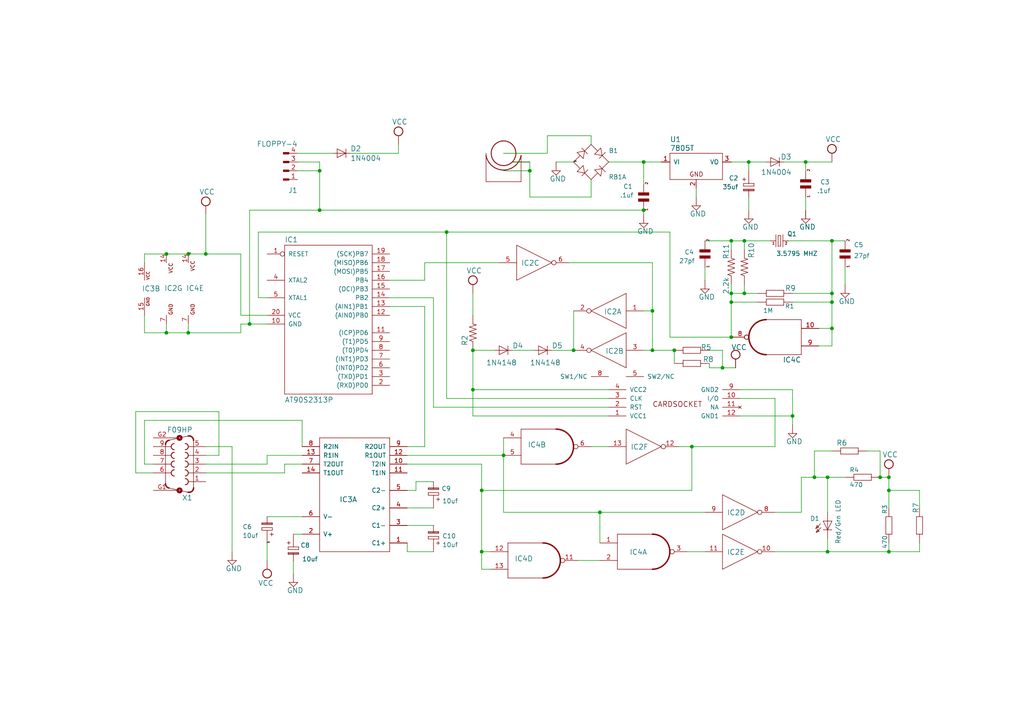
<source format=kicad_sch>
(kicad_sch (version 20230121) (generator eeschema)
  (paper "A4")
  (lib_symbols
    (symbol "plc77-glitcher-eagle-import:0204V" (pin_names (offset 1.016))
      (property "Reference" "R" (at -3.81 1.3716 0))
      (property "Value" "0204V" (at -3.81 -2.921 0))
      (symbol "0204V_1_0"
        (pin passive line (at -5.08 0 0) (length 2.54) (name "1") (number "1"))
        (pin passive line (at 5.08 0 180) (length 2.54) (name "2") (number "2"))
      )
    )
    (symbol "plc77-glitcher-eagle-import:0204_5" (pin_names (offset 1.016))
      (property "Reference" "R" (at -3.81 1.3716 0))
      (property "Value" "0204_5" (at -3.81 -2.921 0))
      (symbol "0204_5_1_0"
        (pin passive line (at -5.08 0 0) (length 2.54) (name "1") (number "1"))
        (pin passive line (at 5.08 0 180) (length 2.54) (name "2") (number "2"))
      )
    )
    (symbol "plc77-glitcher-eagle-import:1N4004" (pin_names (offset 1.016))
      (property "Reference" "D" (at 2.54 0.4826 0))
      (property "Value" "1N4004" (at 2.54 -2.3114 0))
      (symbol "1N4004_1_0"
        (pin passive line (at -2.54 0 0) (length 2.54) (name "A") (number "A"))
        (pin passive line (at 2.54 0 180) (length 2.54) (name "C") (number "K"))
      )
    )
    (symbol "plc77-glitcher-eagle-import:1N4148" (pin_names (offset 1.016))
      (property "Reference" "D" (at 2.54 0.4826 0))
      (property "Value" "1N4148" (at 2.54 -2.3114 0))
      (symbol "1N4148_1_0"
        (pin passive line (at -2.54 0 0) (length 2.54) (name "A") (number "A"))
        (pin passive line (at 2.54 0 180) (length 2.54) (name "C") (number "K"))
      )
    )
    (symbol "plc77-glitcher-eagle-import:7400N" (pin_names (offset 1.016))
      (property "Reference" "IC" (at -0.635 -0.635 0))
      (symbol "7400N_1_0"
        (pin input line (at -12.7 2.54 0) (length 5.08) (name "I0") (number "1"))
        (pin input line (at -12.7 -2.54 0) (length 5.08) (name "I1") (number "2"))
        (pin output inverted (at 12.7 0 180) (length 5.08) (name "O") (number "3"))
      )
      (symbol "7400N_2_0"
        (pin input line (at -12.7 2.54 0) (length 5.08) (name "I0") (number "4"))
        (pin input line (at -12.7 -2.54 0) (length 5.08) (name "I1") (number "5"))
        (pin output inverted (at 12.7 0 180) (length 5.08) (name "O") (number "6"))
      )
      (symbol "7400N_3_0"
        (pin input line (at -12.7 -2.54 0) (length 5.08) (name "I1") (number "10"))
        (pin output inverted (at 12.7 0 180) (length 5.08) (name "O") (number "8"))
        (pin input line (at -12.7 2.54 0) (length 5.08) (name "I0") (number "9"))
      )
      (symbol "7400N_4_0"
        (pin output inverted (at 12.7 0 180) (length 5.08) (name "O") (number "11"))
        (pin input line (at -12.7 2.54 0) (length 5.08) (name "I0") (number "12"))
        (pin input line (at -12.7 -2.54 0) (length 5.08) (name "I1") (number "13"))
      )
      (symbol "7400N_5_0"
        (text "GND" (at 1.905 -7.62 900) (effects (font (size 1.0668 1.0668)) (justify left bottom)))
        (text "VCC" (at 1.905 5.08 900) (effects (font (size 1.0668 1.0668)) (justify left bottom)))
        (pin power_in line (at 0 10.16 270) (length 2.54) (name "VCC") (number "14"))
        (pin power_in line (at 0 -10.16 90) (length 2.54) (name "GND") (number "7"))
      )
    )
    (symbol "plc77-glitcher-eagle-import:7405" (pin_names (offset 1.016))
      (property "Reference" "IC" (at -0.635 -0.635 0))
      (symbol "7405_1_0"
        (pin input line (at -10.16 0 0) (length 5.08) (name "I") (number "1"))
        (pin open_collector inverted (at 10.16 0 180) (length 5.08) (name "O") (number "2"))
      )
      (symbol "7405_2_0"
        (pin input line (at -10.16 0 0) (length 5.08) (name "I") (number "3"))
        (pin open_collector inverted (at 10.16 0 180) (length 5.08) (name "O") (number "4"))
      )
      (symbol "7405_3_0"
        (pin input line (at -10.16 0 0) (length 5.08) (name "I") (number "5"))
        (pin open_collector inverted (at 10.16 0 180) (length 5.08) (name "O") (number "6"))
      )
      (symbol "7405_4_0"
        (pin open_collector inverted (at 10.16 0 180) (length 5.08) (name "O") (number "8"))
        (pin input line (at -10.16 0 0) (length 5.08) (name "I") (number "9"))
      )
      (symbol "7405_5_0"
        (pin open_collector inverted (at 10.16 0 180) (length 5.08) (name "O") (number "10"))
        (pin input line (at -10.16 0 0) (length 5.08) (name "I") (number "11"))
      )
      (symbol "7405_6_0"
        (pin open_collector inverted (at 10.16 0 180) (length 5.08) (name "O") (number "12"))
        (pin input line (at -10.16 0 0) (length 5.08) (name "I") (number "13"))
      )
      (symbol "7405_7_0"
        (text "GND" (at 1.905 -7.62 900) (effects (font (size 1.0668 1.0668)) (justify left bottom)))
        (text "VCC" (at 1.905 4.445 900) (effects (font (size 1.0668 1.0668)) (justify left bottom)))
        (pin power_in line (at 0 10.16 270) (length 2.54) (name "VCC") (number "14"))
        (pin power_in line (at 0 -10.16 90) (length 2.54) (name "GND") (number "7"))
      )
    )
    (symbol "plc77-glitcher-eagle-import:78XXT" (pin_names (offset 1.016))
      (property "Reference" "IC" (at -7.62 5.715 0))
      (property "Value" "78XXT" (at -7.62 3.175 0))
      (symbol "78XXT_1_0"
        (text "GND" (at -2.032 -4.318 0) (effects (font (size 1.2954 1.2954)) (justify left bottom)))
        (pin input line (at -10.16 0 0) (length 2.54) (name "VI") (number "1"))
        (pin passive line (at 0 -7.62 90) (length 2.54) (name "GND") (number "2"))
        (pin output line (at 10.16 0 180) (length 2.54) (name "VO") (number "3"))
      )
    )
    (symbol "plc77-glitcher-eagle-import:AT90S2313P" (pin_names (offset 1.016))
      (property "Reference" "IC" (at -12.7 23.622 0))
      (property "Value" "AT90S2313P" (at -12.7 -22.86 0))
      (symbol "AT90S2313P_1_0"
        (pin bidirectional inverted (at -17.78 20.32 0) (length 5.08) (name "RESET") (number "1"))
        (pin power_in line (at -17.78 0 0) (length 5.08) (name "GND") (number "10"))
        (pin bidirectional line (at 17.78 -2.54 180) (length 5.08) (name "(ICP)PD6") (number "11"))
        (pin bidirectional line (at 17.78 2.54 180) (length 5.08) (name "(AIN0)PB0") (number "12"))
        (pin bidirectional line (at 17.78 5.08 180) (length 5.08) (name "(AIN1)PB1") (number "13"))
        (pin bidirectional line (at 17.78 7.62 180) (length 5.08) (name "PB2") (number "14"))
        (pin bidirectional line (at 17.78 10.16 180) (length 5.08) (name "(OCI)PB3") (number "15"))
        (pin bidirectional line (at 17.78 12.7 180) (length 5.08) (name "PB4") (number "16"))
        (pin bidirectional line (at 17.78 15.24 180) (length 5.08) (name "(MOSI)PB5") (number "17"))
        (pin bidirectional line (at 17.78 17.78 180) (length 5.08) (name "(MISO)PB6") (number "18"))
        (pin bidirectional line (at 17.78 20.32 180) (length 5.08) (name "(SCK)PB7") (number "19"))
        (pin bidirectional line (at 17.78 -17.78 180) (length 5.08) (name "(RXD)PD0") (number "2"))
        (pin power_in line (at -17.78 2.54 0) (length 5.08) (name "VCC") (number "20"))
        (pin bidirectional line (at 17.78 -15.24 180) (length 5.08) (name "(TXD)PD1") (number "3"))
        (pin bidirectional line (at -17.78 12.7 0) (length 5.08) (name "XTAL2") (number "4"))
        (pin bidirectional line (at -17.78 7.62 0) (length 5.08) (name "XTAL1") (number "5"))
        (pin bidirectional line (at 17.78 -12.7 180) (length 5.08) (name "(INT0)PD2") (number "6"))
        (pin bidirectional line (at 17.78 -10.16 180) (length 5.08) (name "(INT1)PD3") (number "7"))
        (pin bidirectional line (at 17.78 -7.62 180) (length 5.08) (name "(T0)PD4") (number "8"))
        (pin bidirectional line (at 17.78 -5.08 180) (length 5.08) (name "(T1)PD5") (number "9"))
      )
    )
    (symbol "plc77-glitcher-eagle-import:C2,5" (pin_names (offset 1.016))
      (property "Reference" "C" (at 2.54 0.635 0))
      (property "Value" "C2,5" (at 2.54 -2.159 0))
      (symbol "C2,5_1_0"
        (text "1" (at -2.794 -1.27 0) (effects (font (size 0.7112 0.7112)) (justify left bottom)))
        (text "2" (at 4.826 -1.27 0) (effects (font (size 0.7112 0.7112)) (justify left bottom)))
        (pin passive line (at -2.54 0 0) (length 2.54) (name "1") (number "1"))
        (pin passive line (at 5.08 0 180) (length 2.54) (name "2") (number "2"))
      )
    )
    (symbol "plc77-glitcher-eagle-import:CHEAPREADR" (pin_names (offset 1.016))
      (symbol "CHEAPREADR_1_0"
        (text "CARDSOCKET" (at -5.08 0 0) (effects (font (size 1.4986 1.4986)) (justify left bottom)))
        (pin power_in line (at -17.78 -2.54 0) (length 5.08) (name "VCC1") (number "1"))
        (pin bidirectional line (at 20.32 2.54 180) (length 5.08) (name "I/O") (number "10"))
        (pin no_connect line (at 20.32 0 180) (length 5.08) (name "NA") (number "11"))
        (pin power_in line (at 20.32 -2.54 180) (length 5.08) (name "GND1") (number "12"))
        (pin input line (at -17.78 0 0) (length 5.08) (name "RST") (number "2"))
        (pin input line (at -17.78 2.54 0) (length 5.08) (name "CLK") (number "3"))
        (pin power_in line (at -17.78 5.08 0) (length 5.08) (name "VCC2") (number "4"))
        (pin bidirectional line (at -12.7 8.89 0) (length 5.08) (name "SW2/NC") (number "5"))
        (pin bidirectional line (at -17.78 8.89 180) (length 5.08) (name "SW1/NC") (number "8"))
        (pin power_in line (at 20.32 5.08 180) (length 5.08) (name "GND2") (number "9"))
      )
    )
    (symbol "plc77-glitcher-eagle-import:E2,0-5" (pin_names (offset 1.016))
      (property "Reference" "C" (at 3.683 0.4826 0))
      (property "Value" "E2,0-5" (at 3.683 -2.0574 0))
      (symbol "E2,0-5_1_0"
        (pin passive line (at 5.08 0 180) (length 0) (name "+") (number "+"))
        (pin passive line (at -2.54 0 0) (length 0) (name "-") (number "-"))
      )
    )
    (symbol "plc77-glitcher-eagle-import:F09HP" (pin_names (offset 1.016))
      (property "Reference" "X" (at -3.81 8.89 0))
      (property "Value" "F09HP" (at -3.81 -10.795 0))
      (symbol "F09HP_1_0"
        (pin passive line (at -7.62 5.08 0) (length 5.08) (name "1") (number "1"))
        (pin passive line (at -7.62 2.54 0) (length 5.08) (name "2") (number "2"))
        (pin passive line (at -7.62 0 0) (length 5.08) (name "3") (number "3"))
        (pin passive line (at -7.62 -2.54 0) (length 5.08) (name "4") (number "4"))
        (pin passive line (at -7.62 -5.08 0) (length 5.08) (name "5") (number "5"))
        (pin passive line (at 7.62 2.54 180) (length 5.08) (name "6") (number "6"))
        (pin passive line (at 7.62 0 180) (length 5.08) (name "7") (number "7"))
        (pin passive line (at 7.62 -2.54 180) (length 5.08) (name "8") (number "8"))
        (pin passive line (at 7.62 -5.08 180) (length 5.08) (name "9") (number "9"))
        (pin passive line (at 7.62 7.62 180) (length 5.08) (name "G1") (number "G1"))
        (pin passive line (at 7.62 -7.62 180) (length 5.08) (name "G2") (number "G2"))
      )
    )
    (symbol "plc77-glitcher-eagle-import:FLOPPY-4" (pin_names (offset 1.016))
      (property "Reference" "J1" (at -2.54 7.366 0))
      (property "Value" "FLOPPY-4" (at -2.54 -6.096 0))
      (symbol "FLOPPY-4_1_0"
        (pin passive line (at -2.54 5.08 0) (length 2.54) (name "1") (number "1"))
        (pin passive line (at -2.54 2.54 0) (length 2.54) (name "2") (number "2"))
        (pin passive line (at -2.54 0 0) (length 2.54) (name "3") (number "3"))
        (pin passive line (at -2.54 -2.54 0) (length 2.54) (name "4") (number "4"))
      )
    )
    (symbol "plc77-glitcher-eagle-import:GND" (power) (pin_names (offset 1.016))
      (property "Value" "GND" (at -1.905 -3.175 0))
      (symbol "GND_1_0"
        (pin power_in line (at 0 2.54 270) (length 2.54) (name "GND") (number "1"))
      )
    )
    (symbol "plc77-glitcher-eagle-import:HC49U-H" (pin_names (offset 1.016))
      (property "Reference" "Q" (at 2.54 1.016 0))
      (property "Value" "HC49U-H" (at 2.54 -2.54 0))
      (symbol "HC49U-H_1_0"
        (text "1" (at -2.159 -1.143 0) (effects (font (size 0.7112 0.7112)) (justify left bottom)))
        (text "2" (at 1.524 -1.143 0) (effects (font (size 0.7112 0.7112)) (justify left bottom)))
        (pin passive line (at -2.54 0 0) (length 0) (name "1") (number "1"))
        (pin passive line (at 2.54 0 180) (length 0) (name "2") (number "2"))
      )
    )
    (symbol "plc77-glitcher-eagle-import:LED2" (pin_names (offset 1.016))
      (property "Reference" "D" (at 2.54 -2.54 0))
      (property "Value" "LED2" (at 2.54 -4.445 0))
      (symbol "LED2_1_0"
        (pin passive line (at 0 2.54 270) (length 2.54) (name "A") (number "A"))
        (pin passive line (at 0 -5.08 90) (length 2.54) (name "K") (number "K"))
      )
    )
    (symbol "plc77-glitcher-eagle-import:MAX232" (pin_names (offset 1.016))
      (property "Reference" "IC" (at -0.762 -0.762 0))
      (symbol "MAX232_1_0"
        (pin bidirectional line (at -15.24 12.7 0) (length 5.08) (name "C1+") (number "1"))
        (pin input line (at -15.24 -10.16 0) (length 5.08) (name "T2IN") (number "10"))
        (pin input line (at -15.24 -7.62 0) (length 5.08) (name "T1IN") (number "11"))
        (pin output line (at -15.24 -12.7 0) (length 5.08) (name "R1OUT") (number "12"))
        (pin input line (at 15.24 -12.7 180) (length 5.08) (name "R1IN") (number "13"))
        (pin output line (at 15.24 -7.62 180) (length 5.08) (name "T1OUT") (number "14"))
        (pin bidirectional line (at 15.24 10.16 180) (length 5.08) (name "V+") (number "2"))
        (pin bidirectional line (at -15.24 7.62 0) (length 5.08) (name "C1-") (number "3"))
        (pin bidirectional line (at -15.24 2.54 0) (length 5.08) (name "C2+") (number "4"))
        (pin bidirectional line (at -15.24 -2.54 0) (length 5.08) (name "C2-") (number "5"))
        (pin bidirectional line (at 15.24 5.08 180) (length 5.08) (name "V-") (number "6"))
        (pin output line (at 15.24 -10.16 180) (length 5.08) (name "T2OUT") (number "7"))
        (pin input line (at 15.24 -15.24 180) (length 5.08) (name "R2IN") (number "8"))
        (pin output line (at -15.24 -15.24 0) (length 5.08) (name "R2OUT") (number "9"))
      )
      (symbol "MAX232_2_0"
        (text "GND" (at 1.524 -5.08 900) (effects (font (size 0.8636 0.8636)) (justify left bottom)))
        (text "VCC" (at 1.524 2.54 900) (effects (font (size 0.8636 0.8636)) (justify left bottom)))
        (pin power_in line (at 0 -7.62 90) (length 5.08) (name "GND") (number "15"))
        (pin power_in line (at 0 7.62 270) (length 5.08) (name "VCC") (number "16"))
      )
    )
    (symbol "plc77-glitcher-eagle-import:POWER1" (pin_names (offset 1.016))
      (symbol "POWER1_1_0"
        (pin bidirectional line (at 0 -5.08 0) (length 5.08) (name "") (number ""))
        (pin bidirectional line (at 0 0 0) (length 5.08) (name "") (number ""))
        (pin bidirectional line (at 2.54 -2.54 0) (length 5.08) (name "") (number ""))
      )
    )
    (symbol "plc77-glitcher-eagle-import:R-EU_0204_7" (pin_names (offset 1.016))
      (property "Reference" "R" (at -3.81 1.4986 0))
      (property "Value" "R-EU_0204_7" (at -3.81 -3.302 0))
      (symbol "R-EU_0204_7_1_0"
        (pin passive line (at -5.08 0 0) (length 2.54) (name "1") (number "1"))
        (pin passive line (at 5.08 0 180) (length 2.54) (name "2") (number "2"))
      )
    )
    (symbol "plc77-glitcher-eagle-import:R-EU_R2010" (pin_names (offset 1.016))
      (property "Reference" "R" (at -3.81 1.4986 0))
      (property "Value" "R-EU_R2010" (at -3.81 -3.302 0))
      (symbol "R-EU_R2010_1_0"
        (pin passive line (at -5.08 0 0) (length 2.54) (name "1") (number "1"))
        (pin passive line (at 5.08 0 180) (length 2.54) (name "2") (number "2"))
      )
    )
    (symbol "plc77-glitcher-eagle-import:R-US_0204_7" (pin_names (offset 1.016))
      (property "Reference" "R" (at -3.81 1.4986 0))
      (property "Value" "R-US_0204_7" (at -3.81 -3.302 0))
      (symbol "R-US_0204_7_1_0"
        (pin passive line (at -5.08 0 0) (length 2.54) (name "1") (number "1"))
        (pin passive line (at 5.08 0 180) (length 2.54) (name "2") (number "2"))
      )
    )
    (symbol "plc77-glitcher-eagle-import:R-US_0207_10" (pin_names (offset 1.016))
      (property "Reference" "R" (at -3.81 1.4986 0))
      (property "Value" "R-US_0207_10" (at -3.81 -3.302 0))
      (symbol "R-US_0207_10_1_0"
        (pin passive line (at -5.08 0 0) (length 2.54) (name "1") (number "1"))
        (pin passive line (at 5.08 0 180) (length 2.54) (name "2") (number "2"))
      )
    )
    (symbol "plc77-glitcher-eagle-import:R-US_M1206" (pin_names (offset 1.016))
      (property "Reference" "R" (at -3.81 1.4986 0))
      (property "Value" "R-US_M1206" (at -3.81 -3.302 0))
      (symbol "R-US_M1206_1_0"
        (pin passive line (at -5.08 0 0) (length 2.54) (name "1") (number "1"))
        (pin passive line (at 5.08 0 180) (length 2.54) (name "2") (number "2"))
      )
    )
    (symbol "plc77-glitcher-eagle-import:RB1A" (pin_names (offset 1.016))
      (property "Reference" "B" (at 5.08 2.54 0))
      (property "Value" "RB1A" (at 5.08 -5.08 0))
      (symbol "RB1A_1_0"
        (pin passive line (at 5.08 0 180) (length 0) (name "+") (number "+"))
        (pin passive line (at -5.08 0 0) (length 0) (name "-") (number "-"))
        (pin passive line (at 0 5.08 270) (length 0) (name "AC1") (number "AC1"))
        (pin passive line (at 0 -5.08 90) (length 0) (name "AC2") (number "AC2"))
      )
    )
    (symbol "plc77-glitcher-eagle-import:VCC" (power) (pin_names (offset 1.016))
      (property "Value" "VCC" (at -1.905 3.175 0))
      (symbol "VCC_1_0"
        (pin power_in line (at 0 -2.54 90) (length 2.54) (name "VCC") (number "1"))
      )
    )
  )
  (junction (at 186.69 60.96))
  (junction (at 241.3 87.63))
  (junction (at 255.27 138.43))
  (junction (at 173.99 148.59))
  (junction (at 54.61 73.66))
  (junction (at 59.69 73.66))
  (junction (at 54.61 96.52))
  (junction (at 212.09 87.63))
  (junction (at 241.3 69.85))
  (junction (at 153.67 49.53))
  (junction (at 139.7 142.24))
  (junction (at 72.39 93.98))
  (junction (at 215.9 69.85))
  (junction (at 139.7 160.02))
  (junction (at 137.16 101.6))
  (junction (at 92.71 49.53))
  (junction (at 240.03 160.02))
  (junction (at 92.71 60.96))
  (junction (at 215.9 85.09))
  (junction (at 186.69 46.99))
  (junction (at 236.22 138.43))
  (junction (at 189.23 90.17))
  (junction (at 240.03 138.43))
  (junction (at 195.58 101.6))
  (junction (at 257.81 142.24))
  (junction (at 137.16 113.03))
  (junction (at 48.26 73.66))
  (junction (at 48.26 96.52))
  (junction (at 257.81 138.43))
  (junction (at 233.68 46.99))
  (junction (at 166.37 101.6))
  (junction (at 189.23 101.6))
  (junction (at 241.3 95.25))
  (junction (at 212.09 69.85))
  (junction (at 212.09 97.79))
  (junction (at 212.09 85.09))
  (junction (at 217.17 46.99))
  (junction (at 241.3 85.09))
  (junction (at 229.87 120.65))
  (junction (at 129.54 67.31))
  (junction (at 146.05 132.08))
  (junction (at 209.55 106.68))
  (junction (at 200.66 129.54))
  (junction (at 257.81 160.02))
  (wire (pts (xy 240.03 156.21) (xy 240.03 160.02)))
  (wire (pts (xy 39.37 137.16) (xy 39.37 119.38)))
  (wire (pts (xy 87.63 129.54) (xy 87.63 121.92)))
  (wire (pts (xy 92.71 49.53) (xy 92.71 60.96)))
  (wire (pts (xy 137.16 120.65) (xy 176.53 120.65)))
  (wire (pts (xy 137.16 120.65) (xy 137.16 113.03)))
  (wire (pts (xy 171.45 57.15) (xy 171.45 52.07)))
  (wire (pts (xy 113.03 86.36) (xy 125.73 86.36)))
  (wire (pts (xy 186.69 46.99) (xy 186.69 53.34)))
  (wire (pts (xy 214.63 115.57) (xy 224.79 115.57)))
  (wire (pts (xy 137.16 101.6) (xy 137.16 113.03)))
  (wire (pts (xy 224.79 148.59) (xy 232.41 148.59)))
  (wire (pts (xy 153.67 49.53) (xy 153.67 57.15)))
  (wire (pts (xy 204.47 81.28) (xy 204.47 77.47)))
  (wire (pts (xy 146.05 127) (xy 146.05 132.08)))
  (wire (pts (xy 201.93 54.61) (xy 201.93 57.15)))
  (wire (pts (xy 158.75 39.37) (xy 171.45 39.37)))
  (wire (pts (xy 118.11 132.08) (xy 146.05 132.08)))
  (wire (pts (xy 215.9 82.55) (xy 215.9 85.09)))
  (wire (pts (xy 166.37 90.17) (xy 166.37 101.6)))
  (wire (pts (xy 142.24 165.1) (xy 139.7 165.1)))
  (wire (pts (xy 69.85 96.52) (xy 69.85 93.98)))
  (wire (pts (xy 212.09 72.39) (xy 212.09 69.85)))
  (wire (pts (xy 118.11 142.24) (xy 120.65 142.24)))
  (wire (pts (xy 257.81 138.43) (xy 255.27 138.43)))
  (wire (pts (xy 176.53 115.57) (xy 129.54 115.57)))
  (wire (pts (xy 165.1 76.2) (xy 189.23 76.2)))
  (wire (pts (xy 212.09 82.55) (xy 212.09 85.09)))
  (wire (pts (xy 219.71 85.09) (xy 215.9 85.09)))
  (wire (pts (xy 77.47 91.44) (xy 69.85 91.44)))
  (wire (pts (xy 142.24 160.02) (xy 139.7 160.02)))
  (wire (pts (xy 233.68 57.15) (xy 233.68 60.96)))
  (wire (pts (xy 63.5 132.08) (xy 59.69 132.08)))
  (wire (pts (xy 266.7 147.32) (xy 266.7 142.24)))
  (wire (pts (xy 251.46 130.81) (xy 255.27 130.81)))
  (wire (pts (xy 86.36 44.45) (xy 96.52 44.45)))
  (wire (pts (xy 229.87 123.19) (xy 229.87 120.65)))
  (wire (pts (xy 48.26 96.52) (xy 54.61 96.52)))
  (wire (pts (xy 205.74 106.68) (xy 205.74 105.41)))
  (wire (pts (xy 139.7 142.24) (xy 200.66 142.24)))
  (wire (pts (xy 59.69 137.16) (xy 82.55 137.16)))
  (wire (pts (xy 171.45 39.37) (xy 171.45 41.91)))
  (wire (pts (xy 219.71 87.63) (xy 212.09 87.63)))
  (wire (pts (xy 233.68 46.99) (xy 233.68 49.53)))
  (wire (pts (xy 209.55 101.6) (xy 209.55 106.68)))
  (wire (pts (xy 212.09 87.63) (xy 212.09 85.09)))
  (wire (pts (xy 41.91 73.66) (xy 48.26 73.66)))
  (wire (pts (xy 245.11 138.43) (xy 240.03 138.43)))
  (wire (pts (xy 72.39 93.98) (xy 72.39 60.96)))
  (wire (pts (xy 41.91 76.2) (xy 41.91 73.66)))
  (wire (pts (xy 189.23 90.17) (xy 189.23 101.6)))
  (wire (pts (xy 233.68 46.99) (xy 241.3 46.99)))
  (wire (pts (xy 176.53 113.03) (xy 137.16 113.03)))
  (wire (pts (xy 39.37 119.38) (xy 63.5 119.38)))
  (wire (pts (xy 241.3 95.25) (xy 241.3 87.63)))
  (wire (pts (xy 241.3 130.81) (xy 236.22 130.81)))
  (wire (pts (xy 67.31 129.54) (xy 67.31 160.02)))
  (wire (pts (xy 153.67 46.99) (xy 153.67 49.53)))
  (wire (pts (xy 257.81 142.24) (xy 257.81 147.32)))
  (wire (pts (xy 125.73 147.32) (xy 118.11 147.32)))
  (wire (pts (xy 240.03 160.02) (xy 224.79 160.02)))
  (wire (pts (xy 54.61 93.98) (xy 54.61 96.52)))
  (wire (pts (xy 123.19 129.54) (xy 123.19 88.9)))
  (wire (pts (xy 44.45 137.16) (xy 39.37 137.16)))
  (wire (pts (xy 173.99 157.48) (xy 173.99 148.59)))
  (wire (pts (xy 101.6 44.45) (xy 115.57 44.45)))
  (wire (pts (xy 173.99 148.59) (xy 204.47 148.59)))
  (wire (pts (xy 189.23 101.6) (xy 195.58 101.6)))
  (wire (pts (xy 266.7 142.24) (xy 257.81 142.24)))
  (wire (pts (xy 237.49 95.25) (xy 241.3 95.25)))
  (wire (pts (xy 123.19 88.9) (xy 113.03 88.9)))
  (wire (pts (xy 215.9 69.85) (xy 212.09 69.85)))
  (wire (pts (xy 85.09 162.56) (xy 85.09 166.37)))
  (wire (pts (xy 63.5 119.38) (xy 63.5 132.08)))
  (wire (pts (xy 229.87 85.09) (xy 241.3 85.09)))
  (wire (pts (xy 186.69 46.99) (xy 191.77 46.99)))
  (wire (pts (xy 118.11 129.54) (xy 123.19 129.54)))
  (wire (pts (xy 189.23 76.2) (xy 189.23 90.17)))
  (wire (pts (xy 59.69 73.66) (xy 69.85 73.66)))
  (wire (pts (xy 186.69 60.96) (xy 186.69 62.23)))
  (wire (pts (xy 85.09 154.94) (xy 87.63 154.94)))
  (wire (pts (xy 224.79 129.54) (xy 200.66 129.54)))
  (wire (pts (xy 69.85 73.66) (xy 69.85 91.44)))
  (wire (pts (xy 148.59 101.6) (xy 154.94 101.6)))
  (wire (pts (xy 194.31 67.31) (xy 129.54 67.31)))
  (wire (pts (xy 240.03 138.43) (xy 236.22 138.43)))
  (wire (pts (xy 200.66 142.24) (xy 200.66 129.54)))
  (wire (pts (xy 118.11 134.62) (xy 139.7 134.62)))
  (wire (pts (xy 118.11 152.4) (xy 125.73 152.4)))
  (wire (pts (xy 257.81 138.43) (xy 257.81 142.24)))
  (wire (pts (xy 146.05 49.53) (xy 153.67 49.53)))
  (wire (pts (xy 171.45 129.54) (xy 176.53 129.54)))
  (wire (pts (xy 74.93 67.31) (xy 129.54 67.31)))
  (wire (pts (xy 212.09 97.79) (xy 212.09 87.63)))
  (wire (pts (xy 158.75 44.45) (xy 158.75 39.37)))
  (wire (pts (xy 241.3 69.85) (xy 245.11 69.85)))
  (wire (pts (xy 77.47 132.08) (xy 87.63 132.08)))
  (wire (pts (xy 86.36 46.99) (xy 92.71 46.99)))
  (wire (pts (xy 146.05 44.45) (xy 158.75 44.45)))
  (wire (pts (xy 125.73 86.36) (xy 125.73 118.11)))
  (wire (pts (xy 222.25 46.99) (xy 217.17 46.99)))
  (wire (pts (xy 167.64 162.56) (xy 173.99 162.56)))
  (wire (pts (xy 236.22 138.43) (xy 232.41 138.43)))
  (wire (pts (xy 255.27 130.81) (xy 255.27 138.43)))
  (wire (pts (xy 72.39 93.98) (xy 77.47 93.98)))
  (wire (pts (xy 77.47 149.86) (xy 87.63 149.86)))
  (wire (pts (xy 240.03 138.43) (xy 240.03 148.59)))
  (wire (pts (xy 48.26 93.98) (xy 48.26 96.52)))
  (wire (pts (xy 241.3 87.63) (xy 229.87 87.63)))
  (wire (pts (xy 212.09 97.79) (xy 194.31 97.79)))
  (wire (pts (xy 69.85 93.98) (xy 72.39 93.98)))
  (wire (pts (xy 213.36 106.68) (xy 209.55 106.68)))
  (wire (pts (xy 237.49 100.33) (xy 241.3 100.33)))
  (wire (pts (xy 195.58 101.6) (xy 195.58 105.41)))
  (wire (pts (xy 125.73 118.11) (xy 176.53 118.11)))
  (wire (pts (xy 229.87 120.65) (xy 229.87 113.03)))
  (wire (pts (xy 223.52 69.85) (xy 215.9 69.85)))
  (wire (pts (xy 166.37 46.99) (xy 161.29 46.99)))
  (wire (pts (xy 186.69 90.17) (xy 189.23 90.17)))
  (wire (pts (xy 139.7 165.1) (xy 139.7 160.02)))
  (wire (pts (xy 41.91 91.44) (xy 41.91 96.52)))
  (wire (pts (xy 194.31 97.79) (xy 194.31 67.31)))
  (wire (pts (xy 245.11 77.47) (xy 245.11 82.55)))
  (wire (pts (xy 82.55 134.62) (xy 87.63 134.62)))
  (wire (pts (xy 115.57 44.45) (xy 115.57 41.91)))
  (wire (pts (xy 44.45 134.62) (xy 41.91 134.62)))
  (wire (pts (xy 146.05 148.59) (xy 173.99 148.59)))
  (wire (pts (xy 113.03 81.28) (xy 123.19 81.28)))
  (wire (pts (xy 77.47 157.48) (xy 77.47 162.56)))
  (wire (pts (xy 148.59 46.99) (xy 153.67 46.99)))
  (wire (pts (xy 224.79 115.57) (xy 224.79 129.54)))
  (wire (pts (xy 77.47 134.62) (xy 77.47 132.08)))
  (wire (pts (xy 82.55 137.16) (xy 82.55 134.62)))
  (wire (pts (xy 54.61 73.66) (xy 48.26 73.66)))
  (wire (pts (xy 86.36 49.53) (xy 92.71 49.53)))
  (wire (pts (xy 59.69 62.23) (xy 59.69 73.66)))
  (wire (pts (xy 212.09 69.85) (xy 204.47 69.85)))
  (wire (pts (xy 41.91 121.92) (xy 87.63 121.92)))
  (wire (pts (xy 72.39 60.96) (xy 92.71 60.96)))
  (wire (pts (xy 125.73 160.02) (xy 118.11 160.02)))
  (wire (pts (xy 214.63 113.03) (xy 229.87 113.03)))
  (wire (pts (xy 241.3 85.09) (xy 241.3 87.63)))
  (wire (pts (xy 217.17 49.53) (xy 217.17 46.99)))
  (wire (pts (xy 59.69 129.54) (xy 67.31 129.54)))
  (wire (pts (xy 123.19 76.2) (xy 144.78 76.2)))
  (wire (pts (xy 215.9 85.09) (xy 212.09 85.09)))
  (wire (pts (xy 205.74 101.6) (xy 209.55 101.6)))
  (wire (pts (xy 77.47 86.36) (xy 74.93 86.36)))
  (wire (pts (xy 241.3 69.85) (xy 241.3 85.09)))
  (wire (pts (xy 257.81 160.02) (xy 257.81 157.48)))
  (wire (pts (xy 123.19 81.28) (xy 123.19 76.2)))
  (wire (pts (xy 266.7 157.48) (xy 266.7 160.02)))
  (wire (pts (xy 146.05 132.08) (xy 146.05 148.59)))
  (wire (pts (xy 212.09 46.99) (xy 217.17 46.99)))
  (wire (pts (xy 120.65 139.7) (xy 125.73 139.7)))
  (wire (pts (xy 139.7 160.02) (xy 139.7 142.24)))
  (wire (pts (xy 227.33 46.99) (xy 233.68 46.99)))
  (wire (pts (xy 137.16 85.09) (xy 137.16 91.44)))
  (wire (pts (xy 139.7 134.62) (xy 139.7 142.24)))
  (wire (pts (xy 54.61 73.66) (xy 59.69 73.66)))
  (wire (pts (xy 92.71 60.96) (xy 186.69 60.96)))
  (wire (pts (xy 228.6 69.85) (xy 241.3 69.85)))
  (wire (pts (xy 209.55 106.68) (xy 205.74 106.68)))
  (wire (pts (xy 118.11 160.02) (xy 118.11 157.48)))
  (wire (pts (xy 215.9 72.39) (xy 215.9 69.85)))
  (wire (pts (xy 41.91 134.62) (xy 41.91 121.92)))
  (wire (pts (xy 241.3 100.33) (xy 241.3 95.25)))
  (wire (pts (xy 120.65 142.24) (xy 120.65 139.7)))
  (wire (pts (xy 217.17 60.96) (xy 217.17 57.15)))
  (wire (pts (xy 54.61 96.52) (xy 69.85 96.52)))
  (wire (pts (xy 186.69 101.6) (xy 189.23 101.6)))
  (wire (pts (xy 129.54 67.31) (xy 129.54 115.57)))
  (wire (pts (xy 160.02 101.6) (xy 166.37 101.6)))
  (wire (pts (xy 266.7 160.02) (xy 257.81 160.02)))
  (wire (pts (xy 236.22 130.81) (xy 236.22 138.43)))
  (wire (pts (xy 74.93 86.36) (xy 74.93 67.31)))
  (wire (pts (xy 200.66 129.54) (xy 196.85 129.54)))
  (wire (pts (xy 199.39 160.02) (xy 204.47 160.02)))
  (wire (pts (xy 59.69 134.62) (xy 77.47 134.62)))
  (wire (pts (xy 41.91 96.52) (xy 48.26 96.52)))
  (wire (pts (xy 214.63 120.65) (xy 229.87 120.65)))
  (wire (pts (xy 92.71 46.99) (xy 92.71 49.53)))
  (wire (pts (xy 153.67 57.15) (xy 171.45 57.15)))
  (wire (pts (xy 176.53 46.99) (xy 186.69 46.99)))
  (wire (pts (xy 240.03 160.02) (xy 257.81 160.02)))
  (wire (pts (xy 143.51 101.6) (xy 137.16 101.6)))
  (wire (pts (xy 232.41 148.59) (xy 232.41 138.43)))
  (label "GND" (at 166.37 46.99 0) (effects (font (size 0.254 0.254))))
  (label "VCC" (at 54.61 73.66 0) (effects (font (size 0.254 0.254))))
  (label "VCC" (at 77.47 157.48 0) (effects (font (size 0.254 0.254))))
  (symbol (lib_id "plc77-glitcher-eagle-import:CHEAPREADR") (at 194.31 118.11 0) (unit 1)
    (property "Reference" "CDR1" (effects hide))
    (property "Value" "CHEAPREADR" (effects hide))
    (property "Footprint" "plc77-glitcher:CHEAPREA" (effects hide))
  )
  (symbol (lib_id "plc77-glitcher-eagle-import:AT90S2313P") (at 95.25 93.98 0) (unit 1)
    (property "Reference" "IC1" (at 82.55 70.358 0) (effects (font (size 1.4986 1.4986)) (justify left bottom)))
    (property "Value" "AT90S2313P" (at 82.55 116.84 0) (effects (font (size 1.4986 1.4986)) (justify left bottom)))
    (property "Footprint" "plc77-glitcher:DIL20" (effects hide))
  )
  (symbol (lib_id "plc77-glitcher-eagle-import:LED2") (at 240.03 151.13 0) (unit 1)
    (property "Reference" "D1" (at 234.95 151.13 0) (effects (font (size 1.2954 1.2954)) (justify left bottom)))
    (property "Value" "Red/Grn LED" (at 243.84 157.7848 90) (effects (font (size 1.2954 1.2954)) (justify left bottom)))
    (property "Footprint" "plc77-glitcher:LED2" (effects hide))
  )
  (symbol (lib_id "plc77-glitcher-eagle-import:E2,0-5") (at 125.73 142.24 270) (unit 1)
    (property "Reference" "C9" (at 130.81 140.97 90) (effects (font (size 1.2954 1.2954)) (justify right top)))
    (property "Value" "10uf" (at 128.27 146.05 90) (effects (font (size 1.2954 1.2954)) (justify left bottom)))
    (property "Footprint" "plc77-glitcher:E2,0-5" (effects hide))
  )
  (symbol (lib_id "plc77-glitcher-eagle-import:E2,0-5") (at 217.17 54.61 90) (unit 1)
    (property "Reference" "C2" (at 214.1474 50.927 90) (effects (font (size 1.2954 1.2954)) (justify left bottom)))
    (property "Value" "35uf" (at 214.1474 53.467 90) (effects (font (size 1.2954 1.2954)) (justify left bottom)))
    (property "Footprint" "plc77-glitcher:E2,0-5" (effects hide))
  )
  (symbol (lib_id "plc77-glitcher-eagle-import:7400N") (at 186.69 160.02 0) (unit 1)
    (property "Reference" "IC4" (at 182.5752 160.9852 0) (effects (font (size 1.4986 1.4986)) (justify left bottom)))
    (property "Value" "74HC00N" (effects hide))
    (property "Footprint" "plc77-glitcher:DIL14" (effects hide))
  )
  (symbol (lib_id "plc77-glitcher-eagle-import:7400N") (at 158.75 129.54 0) (unit 2)
    (property "Reference" "IC4" (at 153.035 129.8448 0) (effects (font (size 1.4986 1.4986)) (justify left bottom)))
    (property "Value" "74HC00N" (effects hide))
    (property "Footprint" "plc77-glitcher:DIL14" (effects hide))
  )
  (symbol (lib_id "plc77-glitcher-eagle-import:7400N") (at 224.79 97.79 180) (unit 3)
    (property "Reference" "IC4" (at 232.41 103.505 0) (effects (font (size 1.4986 1.4986)) (justify left bottom)))
    (property "Value" "74HC00N" (effects hide))
    (property "Footprint" "plc77-glitcher:DIL14" (effects hide))
  )
  (symbol (lib_id "plc77-glitcher-eagle-import:7400N") (at 154.94 162.56 0) (unit 4)
    (property "Reference" "IC4" (at 149.225 162.8902 0) (effects (font (size 1.4986 1.4986)) (justify left bottom)))
    (property "Value" "74HC00N" (effects hide))
    (property "Footprint" "plc77-glitcher:DIL14" (effects hide))
  )
  (symbol (lib_id "plc77-glitcher-eagle-import:7400N") (at 54.61 83.82 0) (unit 5)
    (property "Reference" "IC4" (at 53.975 84.455 0) (effects (font (size 1.4986 1.4986)) (justify left bottom)))
    (property "Value" "74HC00N" (effects hide))
    (property "Footprint" "plc77-glitcher:DIL14" (effects hide))
  )
  (symbol (lib_id "plc77-glitcher-eagle-import:1N4004") (at 99.06 44.45 0) (unit 1)
    (property "Reference" "D2" (at 101.6 43.9674 0) (effects (font (size 1.4986 1.4986)) (justify left bottom)))
    (property "Value" "1N4004" (at 101.6 46.7614 0) (effects (font (size 1.4986 1.4986)) (justify left bottom)))
    (property "Footprint" "plc77-glitcher:DO41-10" (effects hide))
  )
  (symbol (lib_id "plc77-glitcher-eagle-import:POWER1") (at 146.05 44.45 0) (unit 1)
    (property "Reference" "U$7" (effects hide))
    (property "Value" "POWER1" (effects hide))
    (property "Footprint" "plc77-glitcher:POWER1" (effects hide))
  )
  (symbol (lib_id "plc77-glitcher-eagle-import:GND") (at 201.93 59.69 0) (unit 1)
    (property "Reference" "#U$11" (effects hide))
    (property "Value" "GND" (at 200.025 62.865 0) (effects (font (size 1.4986 1.4986)) (justify left bottom)))
  )
  (symbol (lib_id "plc77-glitcher-eagle-import:FLOPPY-4") (at 83.82 46.99 180) (unit 1)
    (property "Reference" "J1" (at 86.36 54.356 0) (effects (font (size 1.4986 1.4986)) (justify left bottom)))
    (property "Value" "FLOPPY-4" (at 86.36 40.894 0) (effects (font (size 1.4986 1.4986)) (justify left bottom)))
    (property "Footprint" "plc77-glitcher:FLOPPY-4" (effects hide))
  )
  (symbol (lib_id "plc77-glitcher-eagle-import:R-EU_0204_7") (at 246.38 130.81 0) (unit 1)
    (property "Reference" "R6" (at 242.57 129.3114 0) (effects (font (size 1.4986 1.4986)) (justify left bottom)))
    (property "Value" "R-EU_0204_7" (effects hide))
    (property "Footprint" "plc77-glitcher:0204_7" (effects hide))
  )
  (symbol (lib_id "plc77-glitcher-eagle-import:VCC") (at 213.36 104.14 0) (unit 1)
    (property "Reference" "#V3" (effects hide))
    (property "Value" "VCC" (at 212.09 101.6 0) (effects (font (size 1.4986 1.4986)) (justify left bottom)))
  )
  (symbol (lib_id "plc77-glitcher-eagle-import:HC49U-H") (at 226.06 69.85 0) (unit 1)
    (property "Reference" "Q1" (at 228.2952 68.58 0) (effects (font (size 1.2954 1.2954)) (justify left bottom)))
    (property "Value" "3.5795 MHZ" (at 225.1202 74.295 0) (effects (font (size 1.2954 1.2954)) (justify left bottom)))
    (property "Footprint" "plc77-glitcher:HC49U-V" (effects hide))
  )
  (symbol (lib_id "plc77-glitcher-eagle-import:GND") (at 67.31 162.56 0) (unit 1)
    (property "Reference" "#U$6" (effects hide))
    (property "Value" "GND" (at 65.405 165.735 0) (effects (font (size 1.4986 1.4986)) (justify left bottom)))
  )
  (symbol (lib_id "plc77-glitcher-eagle-import:78XXT") (at 201.93 46.99 0) (unit 1)
    (property "Reference" "U1" (at 194.31 41.275 0) (effects (font (size 1.4986 1.4986)) (justify left bottom)))
    (property "Value" "7805T" (at 194.31 43.815 0) (effects (font (size 1.4986 1.4986)) (justify left bottom)))
    (property "Footprint" "plc77-glitcher:TO220H" (effects hide))
  )
  (symbol (lib_id "plc77-glitcher-eagle-import:1N4004") (at 224.79 46.99 0) (unit 1)
    (property "Reference" "D3" (at 226.3902 46.355 0) (effects (font (size 1.4986 1.4986)) (justify left bottom)))
    (property "Value" "1N4004" (at 220.6752 50.8 0) (effects (font (size 1.4986 1.4986)) (justify left bottom)))
    (property "Footprint" "plc77-glitcher:DO41-10" (effects hide))
  )
  (symbol (lib_id "plc77-glitcher-eagle-import:R-US_0207_10") (at 137.16 96.52 90) (unit 1)
    (property "Reference" "R2" (at 135.6614 100.33 0) (effects (font (size 1.4986 1.4986)) (justify left bottom)))
    (property "Value" "R-US_0207_10" (effects hide))
    (property "Footprint" "plc77-glitcher:0207_10" (effects hide))
  )
  (symbol (lib_id "plc77-glitcher-eagle-import:0204_5") (at 250.19 138.43 0) (unit 1)
    (property "Reference" "R4" (at 246.38 137.0584 0) (effects (font (size 1.2954 1.2954)) (justify left bottom)))
    (property "Value" "470" (at 246.38 141.351 0) (effects (font (size 1.2954 1.2954)) (justify left bottom)))
    (property "Footprint" "plc77-glitcher:1210@2" (effects hide))
  )
  (symbol (lib_id "plc77-glitcher-eagle-import:GND") (at 161.29 49.53 0) (unit 1)
    (property "Reference" "#U$14" (effects hide))
    (property "Value" "GND" (at 159.385 52.705 0) (effects (font (size 1.4986 1.4986)) (justify left bottom)))
  )
  (symbol (lib_id "plc77-glitcher-eagle-import:C2,5") (at 245.11 74.93 90) (unit 1)
    (property "Reference" "C5" (at 247.65 71.755 90) (effects (font (size 1.2954 1.2954)) (justify right top)))
    (property "Value" "27pf" (at 247.65 74.93 90) (effects (font (size 1.2954 1.2954)) (justify right top)))
    (property "Footprint" "plc77-glitcher:C5B3" (effects hide))
  )
  (symbol (lib_id "plc77-glitcher-eagle-import:VCC") (at 77.47 165.1 180) (unit 1)
    (property "Reference" "#U$3" (effects hide))
    (property "Value" "VCC" (at 79.375 168.275 0) (effects (font (size 1.4986 1.4986)) (justify left bottom)))
  )
  (symbol (lib_id "plc77-glitcher-eagle-import:MAX232") (at 102.87 144.78 180) (unit 1)
    (property "Reference" "IC3" (at 103.632 144.018 0) (effects (font (size 1.4986 1.4986)) (justify left bottom)))
    (property "Value" "MAX232" (effects hide))
    (property "Footprint" "plc77-glitcher:DIL16" (effects hide))
  )
  (symbol (lib_id "plc77-glitcher-eagle-import:MAX232") (at 41.91 83.82 0) (unit 2)
    (property "Reference" "IC3" (at 41.148 84.582 0) (effects (font (size 1.4986 1.4986)) (justify left bottom)))
    (property "Value" "MAX232" (effects hide))
    (property "Footprint" "plc77-glitcher:DIL16" (effects hide))
  )
  (symbol (lib_id "plc77-glitcher-eagle-import:E2,0-5") (at 85.09 160.02 90) (unit 1)
    (property "Reference" "C8" (at 87.1474 158.9024 90) (effects (font (size 1.2954 1.2954)) (justify right top)))
    (property "Value" "10uf" (at 92.2274 161.417 90) (effects (font (size 1.2954 1.2954)) (justify left bottom)))
    (property "Footprint" "plc77-glitcher:E2,0-5" (effects hide))
  )
  (symbol (lib_id "plc77-glitcher-eagle-import:R-US_M1206") (at 212.09 77.47 90) (unit 1)
    (property "Reference" "R11" (at 211.455 75.2348 0) (effects (font (size 1.4986 1.4986)) (justify left bottom)))
    (property "Value" "2.2k" (at 211.455 85.3948 0) (effects (font (size 1.4986 1.4986)) (justify left bottom)))
    (property "Footprint" "plc77-glitcher:M1206" (effects hide))
  )
  (symbol (lib_id "plc77-glitcher-eagle-import:0204V") (at 224.79 87.63 0) (unit 1)
    (property "Reference" "R1" (at 227.6602 89.535 0) (effects (font (size 1.2954 1.2954)) (justify left bottom)))
    (property "Value" "1M" (at 221.3102 90.805 0) (effects (font (size 1.2954 1.2954)) (justify left bottom)))
    (property "Footprint" "plc77-glitcher:1210" (effects hide))
  )
  (symbol (lib_id "plc77-glitcher-eagle-import:7405") (at 176.53 90.17 180) (unit 1)
    (property "Reference" "IC2" (at 180.34 89.535 0) (effects (font (size 1.4986 1.4986)) (justify left bottom)))
    (property "Value" "7405" (effects hide))
    (property "Footprint" "plc77-glitcher:DIL14" (effects hide))
  )
  (symbol (lib_id "plc77-glitcher-eagle-import:7405") (at 176.53 101.6 180) (unit 2)
    (property "Reference" "IC2" (at 180.975 100.965 0) (effects (font (size 1.4986 1.4986)) (justify left bottom)))
    (property "Value" "7405" (effects hide))
    (property "Footprint" "plc77-glitcher:DIL14" (effects hide))
  )
  (symbol (lib_id "plc77-glitcher-eagle-import:7405") (at 154.94 76.2 0) (unit 3)
    (property "Reference" "IC2" (at 151.13 77.1398 0) (effects (font (size 1.4986 1.4986)) (justify left bottom)))
    (property "Value" "7405" (effects hide))
    (property "Footprint" "plc77-glitcher:DIL14" (effects hide))
  )
  (symbol (lib_id "plc77-glitcher-eagle-import:7405") (at 214.63 148.59 0) (unit 4)
    (property "Reference" "IC2" (at 210.82 149.5298 0) (effects (font (size 1.4986 1.4986)) (justify left bottom)))
    (property "Value" "7405" (effects hide))
    (property "Footprint" "plc77-glitcher:DIL14" (effects hide))
  )
  (symbol (lib_id "plc77-glitcher-eagle-import:7405") (at 214.63 160.02 0) (unit 5)
    (property "Reference" "IC2" (at 210.82 160.9852 0) (effects (font (size 1.4986 1.4986)) (justify left bottom)))
    (property "Value" "7405" (effects hide))
    (property "Footprint" "plc77-glitcher:DIL14" (effects hide))
  )
  (symbol (lib_id "plc77-glitcher-eagle-import:7405") (at 186.69 129.54 0) (unit 6)
    (property "Reference" "IC2" (at 182.88 130.4798 0) (effects (font (size 1.4986 1.4986)) (justify left bottom)))
    (property "Value" "7405" (effects hide))
    (property "Footprint" "plc77-glitcher:DIL14" (effects hide))
  )
  (symbol (lib_id "plc77-glitcher-eagle-import:7405") (at 48.26 83.82 0) (unit 7)
    (property "Reference" "IC2" (at 47.625 84.455 0) (effects (font (size 1.4986 1.4986)) (justify left bottom)))
    (property "Value" "7405" (effects hide))
    (property "Footprint" "plc77-glitcher:DIL14" (effects hide))
  )
  (symbol (lib_id "plc77-glitcher-eagle-import:VCC") (at 115.57 39.37 0) (unit 1)
    (property "Reference" "#V2" (effects hide))
    (property "Value" "VCC" (at 113.665 36.195 0) (effects (font (size 1.4986 1.4986)) (justify left bottom)))
  )
  (symbol (lib_id "plc77-glitcher-eagle-import:GND") (at 245.11 85.09 0) (unit 1)
    (property "Reference" "#U$5" (effects hide))
    (property "Value" "GND" (at 243.205 88.265 0) (effects (font (size 1.4986 1.4986)) (justify left bottom)))
  )
  (symbol (lib_id "plc77-glitcher-eagle-import:1N4148") (at 157.48 101.6 0) (unit 1)
    (property "Reference" "D5" (at 160.02 101.1174 0) (effects (font (size 1.4986 1.4986)) (justify left bottom)))
    (property "Value" "1N4148" (at 153.67 106.045 0) (effects (font (size 1.4986 1.4986)) (justify left bottom)))
    (property "Footprint" "plc77-glitcher:DO35-10" (effects hide))
  )
  (symbol (lib_id "plc77-glitcher-eagle-import:F09HP") (at 52.07 134.62 180) (unit 1)
    (property "Reference" "X1" (at 55.88 143.51 0) (effects (font (size 1.4986 1.4986)) (justify left bottom)))
    (property "Value" "F09HP" (at 55.88 123.825 0) (effects (font (size 1.4986 1.4986)) (justify left bottom)))
    (property "Footprint" "plc77-glitcher:F09HP" (effects hide))
  )
  (symbol (lib_id "plc77-glitcher-eagle-import:GND") (at 186.69 64.77 0) (unit 1)
    (property "Reference" "#U$13" (effects hide))
    (property "Value" "GND" (at 184.785 67.945 0) (effects (font (size 1.4986 1.4986)) (justify left bottom)))
  )
  (symbol (lib_id "plc77-glitcher-eagle-import:E2,0-5") (at 125.73 154.94 270) (unit 1)
    (property "Reference" "C10" (at 128.27 156.21 90) (effects (font (size 1.2954 1.2954)) (justify left bottom)))
    (property "Value" "10uf" (at 128.27 158.75 90) (effects (font (size 1.2954 1.2954)) (justify left bottom)))
    (property "Footprint" "plc77-glitcher:E2,0-5" (effects hide))
  )
  (symbol (lib_id "plc77-glitcher-eagle-import:0204V") (at 257.81 152.4 90) (unit 1)
    (property "Reference" "R3" (at 255.905 146.3548 0) (effects (font (size 1.2954 1.2954)) (justify right top)))
    (property "Value" "470" (at 255.905 155.2448 0) (effects (font (size 1.2954 1.2954)) (justify right top)))
    (property "Footprint" "plc77-glitcher:1210" (effects hide))
  )
  (symbol (lib_id "plc77-glitcher-eagle-import:GND") (at 204.47 83.82 0) (unit 1)
    (property "Reference" "#U$4" (effects hide))
    (property "Value" "GND" (at 202.565 86.995 0) (effects (font (size 1.4986 1.4986)) (justify left bottom)))
  )
  (symbol (lib_id "plc77-glitcher-eagle-import:C2,5") (at 186.69 58.42 90) (unit 1)
    (property "Reference" "C1" (at 183.515 53.34 90) (effects (font (size 1.2954 1.2954)) (justify left bottom)))
    (property "Value" ".1uf" (at 183.769 55.88 90) (effects (font (size 1.2954 1.2954)) (justify left bottom)))
    (property "Footprint" "plc77-glitcher:C5B3" (effects hide))
  )
  (symbol (lib_id "plc77-glitcher-eagle-import:VCC") (at 241.3 44.45 0) (unit 1)
    (property "Reference" "#U$10" (effects hide))
    (property "Value" "VCC" (at 239.395 41.275 0) (effects (font (size 1.4986 1.4986)) (justify left bottom)))
  )
  (symbol (lib_id "plc77-glitcher-eagle-import:GND") (at 217.17 63.5 0) (unit 1)
    (property "Reference" "#U$9" (effects hide))
    (property "Value" "GND" (at 215.265 66.675 0) (effects (font (size 1.4986 1.4986)) (justify left bottom)))
  )
  (symbol (lib_id "plc77-glitcher-eagle-import:C2,5") (at 204.47 74.93 90) (unit 1)
    (property "Reference" "C4" (at 201.295 72.39 90) (effects (font (size 1.2954 1.2954)) (justify left bottom)))
    (property "Value" "27pf" (at 201.549 74.93 90) (effects (font (size 1.2954 1.2954)) (justify left bottom)))
    (property "Footprint" "plc77-glitcher:C5B3" (effects hide))
  )
  (symbol (lib_id "plc77-glitcher-eagle-import:C2,5") (at 233.68 54.61 90) (unit 1)
    (property "Reference" "C3" (at 240.665 52.07 90) (effects (font (size 1.2954 1.2954)) (justify left bottom)))
    (property "Value" ".1uf" (at 240.919 54.61 90) (effects (font (size 1.2954 1.2954)) (justify left bottom)))
    (property "Footprint" "plc77-glitcher:C5B3" (effects hide))
  )
  (symbol (lib_id "plc77-glitcher-eagle-import:GND") (at 85.09 168.91 0) (unit 1)
    (property "Reference" "#U$2" (effects hide))
    (property "Value" "GND" (at 83.185 172.085 0) (effects (font (size 1.4986 1.4986)) (justify left bottom)))
  )
  (symbol (lib_id "plc77-glitcher-eagle-import:R-US_0204_7") (at 215.9 77.47 90) (unit 1)
    (property "Reference" "R10" (at 218.7702 74.93 0) (effects (font (size 1.4986 1.4986)) (justify left bottom)))
    (property "Value" "R-US_0204_7" (effects hide))
    (property "Footprint" "plc77-glitcher:0204_7" (effects hide))
  )
  (symbol (lib_id "plc77-glitcher-eagle-import:VCC") (at 137.16 82.55 0) (unit 1)
    (property "Reference" "#U$1" (effects hide))
    (property "Value" "VCC" (at 135.255 79.375 0) (effects (font (size 1.4986 1.4986)) (justify left bottom)))
  )
  (symbol (lib_id "plc77-glitcher-eagle-import:R-EU_R2010") (at 200.66 101.6 0) (unit 1)
    (property "Reference" "R5" (at 203.2 101.6 0) (effects (font (size 1.4986 1.4986)) (justify left bottom)))
    (property "Value" "R-EU_R2010" (effects hide))
    (property "Footprint" "plc77-glitcher:R2010" (effects hide))
  )
  (symbol (lib_id "plc77-glitcher-eagle-import:E2,0-5") (at 77.47 152.4 270) (unit 1)
    (property "Reference" "C6" (at 70.3326 153.543 90) (effects (font (size 1.2954 1.2954)) (justify left bottom)))
    (property "Value" "10uf" (at 70.3326 156.083 90) (effects (font (size 1.2954 1.2954)) (justify left bottom)))
    (property "Footprint" "plc77-glitcher:E2,0-5" (effects hide))
  )
  (symbol (lib_id "plc77-glitcher-eagle-import:GND") (at 233.68 63.5 0) (unit 1)
    (property "Reference" "#U$12" (effects hide))
    (property "Value" "GND" (at 231.775 66.675 0) (effects (font (size 1.4986 1.4986)) (justify left bottom)))
  )
  (symbol (lib_id "plc77-glitcher-eagle-import:VCC") (at 257.81 135.89 0) (unit 1)
    (property "Reference" "#U$15" (effects hide))
    (property "Value" "VCC" (at 255.905 132.715 0) (effects (font (size 1.4986 1.4986)) (justify left bottom)))
  )
  (symbol (lib_id "plc77-glitcher-eagle-import:VCC") (at 59.69 59.69 0) (unit 1)
    (property "Reference" "#V1" (effects hide))
    (property "Value" "VCC" (at 57.785 56.515 0) (effects (font (size 1.4986 1.4986)) (justify left bottom)))
  )
  (symbol (lib_id "plc77-glitcher-eagle-import:R-EU_0204_7") (at 266.7 152.4 270) (unit 1)
    (property "Reference" "R7" (at 264.795 145.7198 0) (effects (font (size 1.4986 1.4986)) (justify left bottom)))
    (property "Value" "R-EU_0204_7" (effects hide))
    (property "Footprint" "plc77-glitcher:0204_7" (effects hide))
  )
  (symbol (lib_id "plc77-glitcher-eagle-import:1N4148") (at 146.05 101.6 0) (unit 1)
    (property "Reference" "D4" (at 148.59 101.1174 0) (effects (font (size 1.4986 1.4986)) (justify left bottom)))
    (property "Value" "1N4148" (at 140.97 106.045 0) (effects (font (size 1.4986 1.4986)) (justify left bottom)))
    (property "Footprint" "plc77-glitcher:DO35-10" (effects hide))
  )
  (symbol (lib_id "plc77-glitcher-eagle-import:R-EU_0204_7") (at 224.79 85.09 0) (unit 1)
    (property "Reference" "R9" (at 227.6602 84.455 0) (effects (font (size 1.4986 1.4986)) (justify left bottom)))
    (property "Value" "R-EU_0204_7" (effects hide))
    (property "Footprint" "plc77-glitcher:0204_7" (effects hide))
  )
  (symbol (lib_id "plc77-glitcher-eagle-import:GND") (at 229.87 125.73 0) (unit 1)
    (property "Reference" "#U$8" (effects hide))
    (property "Value" "GND" (at 227.965 128.905 0) (effects (font (size 1.4986 1.4986)) (justify left bottom)))
  )
  (symbol (lib_id "plc77-glitcher-eagle-import:RB1A") (at 171.45 46.99 0) (unit 1)
    (property "Reference" "B1" (at 176.53 44.45 0) (effects (font (size 1.2954 1.2954)) (justify left bottom)))
    (property "Value" "RB1A" (at 176.53 52.07 0) (effects (font (size 1.2954 1.2954)) (justify left bottom)))
    (property "Footprint" "plc77-glitcher:RB1A" (effects hide))
  )
  (symbol (lib_id "plc77-glitcher-eagle-import:R-EU_0204_7") (at 200.66 105.41 0) (unit 1)
    (property "Reference" "R8" (at 203.835 105.0798 0) (effects (font (size 1.4986 1.4986)) (justify left bottom)))
    (property "Value" "R-EU_0204_7" (effects hide))
    (property "Footprint" "plc77-glitcher:0204_7" (effects hide))
  )
)
</source>
